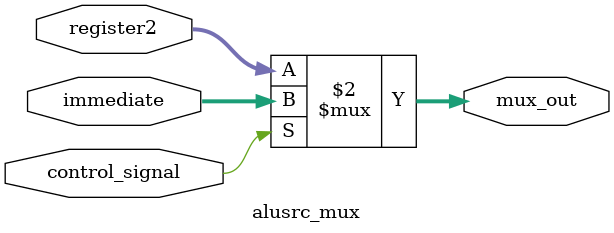
<source format=v>
module alusrc_mux (
    input  wire [31:0] register2,
    input  wire [31:0] immediate,
    input  wire        control_signal,
    output wire [31:0] mux_out
);

    // ALUSrc = 1 → use immediate
    // ALUSrc = 0 → use rs2_value
    assign mux_out = (control_signal == 1'b1) ? immediate : register2;

endmodule

</source>
